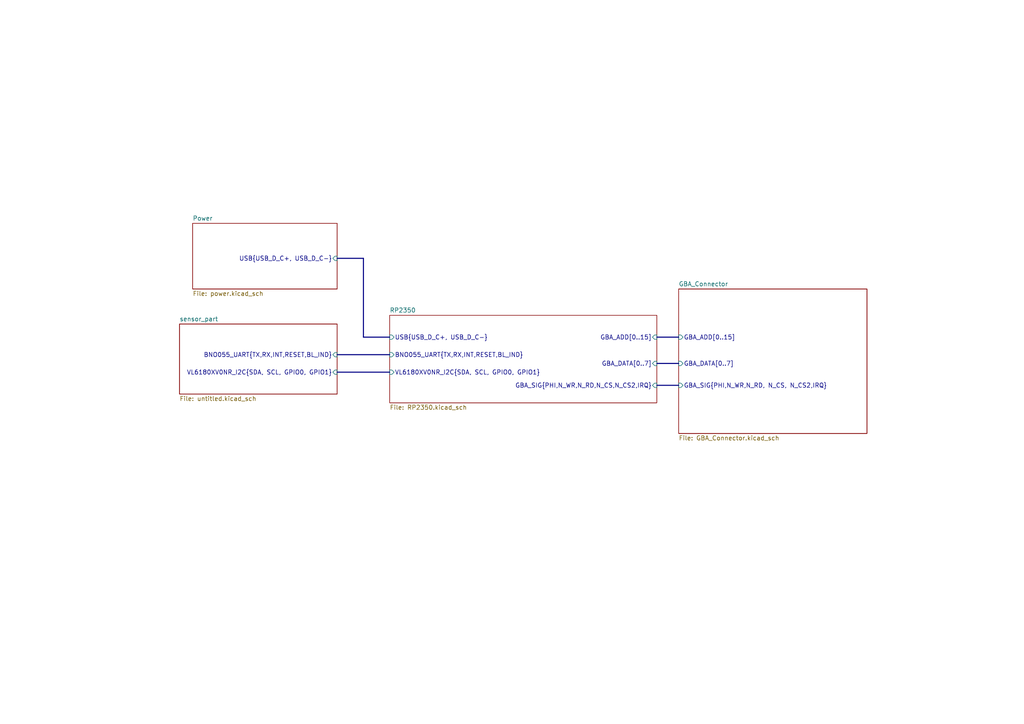
<source format=kicad_sch>
(kicad_sch
	(version 20250114)
	(generator "eeschema")
	(generator_version "9.0")
	(uuid "2a9955bc-bd61-45c5-81ed-8dd8c377b4a4")
	(paper "A4")
	(lib_symbols)
	(bus
		(pts
			(xy 190.5 105.41) (xy 196.85 105.41)
		)
		(stroke
			(width 0)
			(type default)
		)
		(uuid "0e64c6b6-9b44-4587-8f1c-b71d021de08d")
	)
	(bus
		(pts
			(xy 97.79 74.93) (xy 105.41 74.93)
		)
		(stroke
			(width 0)
			(type default)
		)
		(uuid "4a19a899-dfe1-43ff-b2b8-6efd5a0672d7")
	)
	(bus
		(pts
			(xy 105.41 97.79) (xy 113.03 97.79)
		)
		(stroke
			(width 0)
			(type default)
		)
		(uuid "6063bcc4-d723-4845-aebd-f7c3327b8538")
	)
	(bus
		(pts
			(xy 105.41 74.93) (xy 105.41 97.79)
		)
		(stroke
			(width 0)
			(type default)
		)
		(uuid "9036cf3a-6c97-419c-a2e8-6a1ec46767b1")
	)
	(bus
		(pts
			(xy 97.79 107.95) (xy 113.03 107.95)
		)
		(stroke
			(width 0)
			(type default)
		)
		(uuid "9910b3f3-7de7-43c1-a1a7-a7a0cedd2836")
	)
	(bus
		(pts
			(xy 190.5 97.79) (xy 196.85 97.79)
		)
		(stroke
			(width 0)
			(type default)
		)
		(uuid "c15986ad-2a4d-4ba4-8a1a-27e7273ce52e")
	)
	(bus
		(pts
			(xy 190.5 111.76) (xy 196.85 111.76)
		)
		(stroke
			(width 0)
			(type default)
		)
		(uuid "d7bf859f-79b6-4097-9678-f551c99d2fd0")
	)
	(bus
		(pts
			(xy 97.79 102.87) (xy 113.03 102.87)
		)
		(stroke
			(width 0)
			(type default)
		)
		(uuid "f6aec166-15e3-4fbe-ad80-fc8ff4da5762")
	)
	(sheet
		(at 52.07 93.98)
		(size 45.72 20.32)
		(exclude_from_sim no)
		(in_bom yes)
		(on_board yes)
		(dnp no)
		(fields_autoplaced yes)
		(stroke
			(width 0.1524)
			(type solid)
		)
		(fill
			(color 0 0 0 0.0000)
		)
		(uuid "6264ccfb-0caf-4f4f-bc5f-147ee1b915a0")
		(property "Sheetname" "sensor_part"
			(at 52.07 93.2684 0)
			(effects
				(font
					(size 1.27 1.27)
				)
				(justify left bottom)
			)
		)
		(property "Sheetfile" "untitled.kicad_sch"
			(at 52.07 114.8846 0)
			(effects
				(font
					(size 1.27 1.27)
				)
				(justify left top)
			)
		)
		(pin "BNO055_UART{TX,RX,INT,RESET,BL_IND}" input
			(at 97.79 102.87 0)
			(uuid "9ef6698f-b416-4695-aea6-d6306cc31841")
			(effects
				(font
					(size 1.27 1.27)
				)
				(justify right)
			)
		)
		(pin "VL6180XV0NR_I2C{SDA, SCL, GPIO0, GPIO1}" input
			(at 97.79 107.95 0)
			(uuid "50f0005d-b53a-4317-8b94-036d97d9e109")
			(effects
				(font
					(size 1.27 1.27)
				)
				(justify right)
			)
		)
		(instances
			(project "egj-gamepacks-2025"
				(path "/2a9955bc-bd61-45c5-81ed-8dd8c377b4a4"
					(page "2")
				)
			)
		)
	)
	(sheet
		(at 196.85 83.82)
		(size 54.61 41.91)
		(exclude_from_sim no)
		(in_bom yes)
		(on_board yes)
		(dnp no)
		(fields_autoplaced yes)
		(stroke
			(width 0.1524)
			(type solid)
		)
		(fill
			(color 0 0 0 0.0000)
		)
		(uuid "7585109a-9752-464c-8e04-1e8e4be4df59")
		(property "Sheetname" "GBA_Connector"
			(at 196.85 83.1084 0)
			(effects
				(font
					(size 1.27 1.27)
				)
				(justify left bottom)
			)
		)
		(property "Sheetfile" "GBA_Connector.kicad_sch"
			(at 196.85 126.3146 0)
			(effects
				(font
					(size 1.27 1.27)
				)
				(justify left top)
			)
		)
		(pin "GBA_ADD[0..15]" input
			(at 196.85 97.79 180)
			(uuid "973c17bc-c189-4d67-a305-691b8aaeded9")
			(effects
				(font
					(size 1.27 1.27)
				)
				(justify left)
			)
		)
		(pin "GBA_DATA[0..7]" input
			(at 196.85 105.41 180)
			(uuid "039df333-4e5e-42c7-a584-879ddf4ee4d0")
			(effects
				(font
					(size 1.27 1.27)
				)
				(justify left)
			)
		)
		(pin "GBA_SIG{PHI,N_WR,N_RD, N_CS, N_CS2,IRQ}" input
			(at 196.85 111.76 180)
			(uuid "543d1bda-20d0-4ec1-b351-92b7539d8c52")
			(effects
				(font
					(size 1.27 1.27)
				)
				(justify left)
			)
		)
		(instances
			(project "egj-gamepacks-2025"
				(path "/2a9955bc-bd61-45c5-81ed-8dd8c377b4a4"
					(page "4")
				)
			)
		)
	)
	(sheet
		(at 55.88 64.77)
		(size 41.91 19.05)
		(exclude_from_sim no)
		(in_bom yes)
		(on_board yes)
		(dnp no)
		(fields_autoplaced yes)
		(stroke
			(width 0.1524)
			(type solid)
		)
		(fill
			(color 0 0 0 0.0000)
		)
		(uuid "f0d934e7-dbe2-4b9a-81ab-c80699e3b9a0")
		(property "Sheetname" "Power"
			(at 55.88 64.0584 0)
			(effects
				(font
					(size 1.27 1.27)
				)
				(justify left bottom)
			)
		)
		(property "Sheetfile" "power.kicad_sch"
			(at 55.88 84.4046 0)
			(effects
				(font
					(size 1.27 1.27)
				)
				(justify left top)
			)
		)
		(pin "USB{USB_D_C+, USB_D_C-}" input
			(at 97.79 74.93 0)
			(uuid "f7dcbb5a-b56b-4d04-b744-d191edff39ea")
			(effects
				(font
					(size 1.27 1.27)
				)
				(justify right)
			)
		)
		(instances
			(project "egj-gamepacks-2025"
				(path "/2a9955bc-bd61-45c5-81ed-8dd8c377b4a4"
					(page "5")
				)
			)
		)
	)
	(sheet
		(at 113.03 91.44)
		(size 77.47 25.4)
		(exclude_from_sim no)
		(in_bom yes)
		(on_board yes)
		(dnp no)
		(fields_autoplaced yes)
		(stroke
			(width 0.1524)
			(type solid)
		)
		(fill
			(color 0 0 0 0.0000)
		)
		(uuid "f21463e0-70ce-4004-b15a-48b7c800f401")
		(property "Sheetname" "RP2350"
			(at 113.03 90.7284 0)
			(effects
				(font
					(size 1.27 1.27)
				)
				(justify left bottom)
			)
		)
		(property "Sheetfile" "RP2350.kicad_sch"
			(at 113.03 117.4246 0)
			(effects
				(font
					(size 1.27 1.27)
				)
				(justify left top)
			)
		)
		(property "Field2" ""
			(at 113.03 91.44 0)
			(effects
				(font
					(size 1.27 1.27)
				)
			)
		)
		(pin "BNO055_UART{TX,RX,INT,RESET,BL_IND}" input
			(at 113.03 102.87 180)
			(uuid "bab2ad17-6b18-47a8-8ac7-cf15c5e07edb")
			(effects
				(font
					(size 1.27 1.27)
				)
				(justify left)
			)
		)
		(pin "GBA_ADD[0..15]" input
			(at 190.5 97.79 0)
			(uuid "acc30493-9678-4466-b657-be16aa589f45")
			(effects
				(font
					(size 1.27 1.27)
				)
				(justify right)
			)
		)
		(pin "GBA_DATA[0..7]" input
			(at 190.5 105.41 0)
			(uuid "71cecfe1-7d0a-4835-9a9c-923f29bbd1cf")
			(effects
				(font
					(size 1.27 1.27)
				)
				(justify right)
			)
		)
		(pin "GBA_SIG{PHI,N_WR,N_RD,N_CS,N_CS2,IRQ}" input
			(at 190.5 111.76 0)
			(uuid "36cd32a2-25f4-4923-ba9f-237b228c0c3b")
			(effects
				(font
					(size 1.27 1.27)
				)
				(justify right)
			)
		)
		(pin "VL6180XV0NR_I2C{SDA, SCL, GPIO0, GPIO1}" input
			(at 113.03 107.95 180)
			(uuid "12f6d050-1483-4311-a851-28a4f0d33b7c")
			(effects
				(font
					(size 1.27 1.27)
				)
				(justify left)
			)
		)
		(pin "USB{USB_D_C+, USB_D_C-}" input
			(at 113.03 97.79 180)
			(uuid "9d6677f0-665d-4d01-9e5a-7d5872a96b7b")
			(effects
				(font
					(size 1.27 1.27)
				)
				(justify left)
			)
		)
		(instances
			(project "egj-gamepacks-2025"
				(path "/2a9955bc-bd61-45c5-81ed-8dd8c377b4a4"
					(page "3")
				)
			)
		)
	)
	(sheet_instances
		(path "/"
			(page "1")
		)
	)
	(embedded_fonts no)
)

</source>
